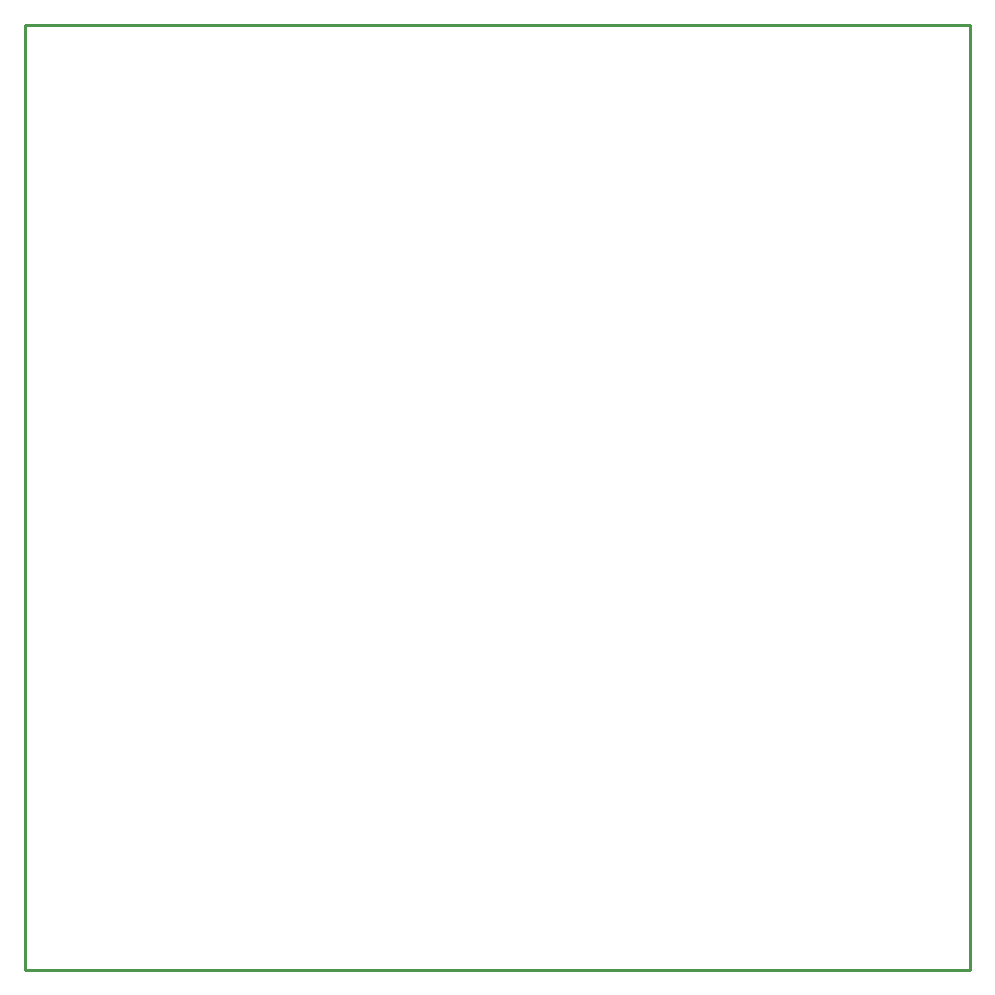
<source format=gko>
G04 ---------------------------- Layer name :KeepOutLayer*
G04 EasyEDA v5.8.22, Sat, 19 Jan 2019 18:17:00 GMT*
G04 b8eca77e87294b629a6419249ffa979f*
G04 Gerber Generator version 0.2*
G04 Scale: 100 percent, Rotated: No, Reflected: No *
G04 Dimensions in millimeters *
G04 leading zeros omitted , absolute positions ,3 integer and 3 decimal *
%FSLAX33Y33*%
%MOMM*%
G90*
G71D02*

%ADD10C,0.254000*%
G54D10*
G01X0Y79999D02*
G01X79999Y79999D01*
G01X79999Y0D01*
G01X0Y0D01*
G01X0Y79999D01*

%LPD*%
M00*
M02*

</source>
